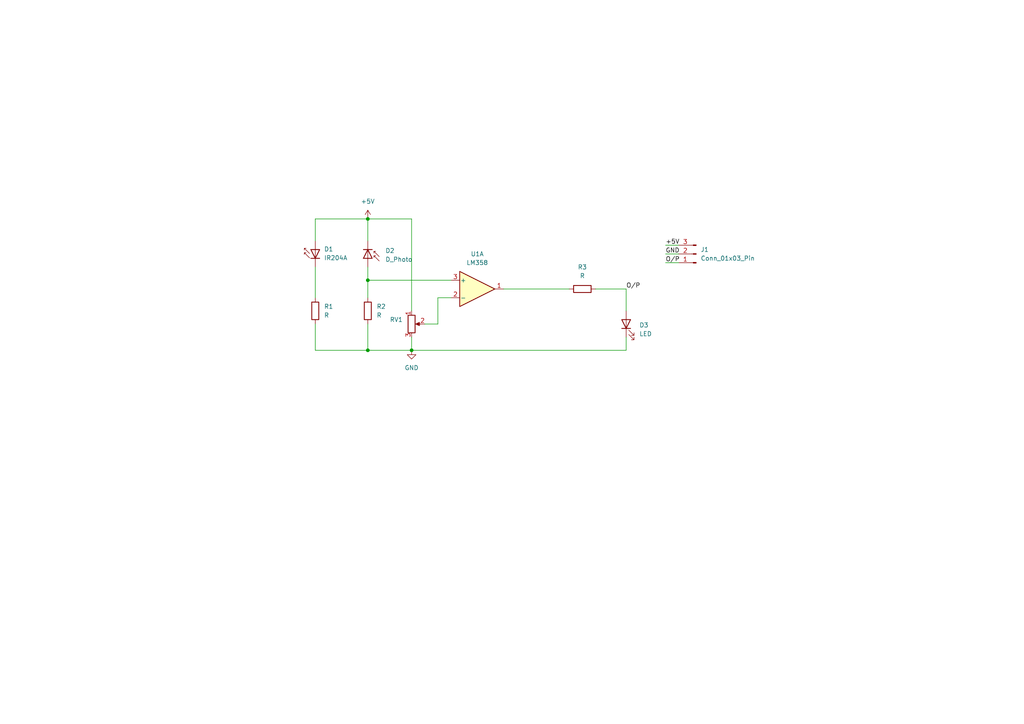
<source format=kicad_sch>
(kicad_sch
	(version 20250114)
	(generator "eeschema")
	(generator_version "9.0")
	(uuid "d7a63290-fa1a-4dc7-8c26-09ea00e0c02e")
	(paper "A4")
	(lib_symbols
		(symbol "Amplifier_Operational:LM358"
			(pin_names
				(offset 0.127)
			)
			(exclude_from_sim no)
			(in_bom yes)
			(on_board yes)
			(property "Reference" "U"
				(at 0 5.08 0)
				(effects
					(font
						(size 1.27 1.27)
					)
					(justify left)
				)
			)
			(property "Value" "LM358"
				(at 0 -5.08 0)
				(effects
					(font
						(size 1.27 1.27)
					)
					(justify left)
				)
			)
			(property "Footprint" ""
				(at 0 0 0)
				(effects
					(font
						(size 1.27 1.27)
					)
					(hide yes)
				)
			)
			(property "Datasheet" "http://www.ti.com/lit/ds/symlink/lm2904-n.pdf"
				(at 0 0 0)
				(effects
					(font
						(size 1.27 1.27)
					)
					(hide yes)
				)
			)
			(property "Description" "Low-Power, Dual Operational Amplifiers, DIP-8/SOIC-8/TO-99-8"
				(at 0 0 0)
				(effects
					(font
						(size 1.27 1.27)
					)
					(hide yes)
				)
			)
			(property "ki_locked" ""
				(at 0 0 0)
				(effects
					(font
						(size 1.27 1.27)
					)
				)
			)
			(property "ki_keywords" "dual opamp"
				(at 0 0 0)
				(effects
					(font
						(size 1.27 1.27)
					)
					(hide yes)
				)
			)
			(property "ki_fp_filters" "SOIC*3.9x4.9mm*P1.27mm* DIP*W7.62mm* TO*99* OnSemi*Micro8* TSSOP*3x3mm*P0.65mm* TSSOP*4.4x3mm*P0.65mm* MSOP*3x3mm*P0.65mm* SSOP*3.9x4.9mm*P0.635mm* LFCSP*2x2mm*P0.5mm* *SIP* SOIC*5.3x6.2mm*P1.27mm*"
				(at 0 0 0)
				(effects
					(font
						(size 1.27 1.27)
					)
					(hide yes)
				)
			)
			(symbol "LM358_1_1"
				(polyline
					(pts
						(xy -5.08 5.08) (xy 5.08 0) (xy -5.08 -5.08) (xy -5.08 5.08)
					)
					(stroke
						(width 0.254)
						(type default)
					)
					(fill
						(type background)
					)
				)
				(pin input line
					(at -7.62 2.54 0)
					(length 2.54)
					(name "+"
						(effects
							(font
								(size 1.27 1.27)
							)
						)
					)
					(number "3"
						(effects
							(font
								(size 1.27 1.27)
							)
						)
					)
				)
				(pin input line
					(at -7.62 -2.54 0)
					(length 2.54)
					(name "-"
						(effects
							(font
								(size 1.27 1.27)
							)
						)
					)
					(number "2"
						(effects
							(font
								(size 1.27 1.27)
							)
						)
					)
				)
				(pin output line
					(at 7.62 0 180)
					(length 2.54)
					(name "~"
						(effects
							(font
								(size 1.27 1.27)
							)
						)
					)
					(number "1"
						(effects
							(font
								(size 1.27 1.27)
							)
						)
					)
				)
			)
			(symbol "LM358_2_1"
				(polyline
					(pts
						(xy -5.08 5.08) (xy 5.08 0) (xy -5.08 -5.08) (xy -5.08 5.08)
					)
					(stroke
						(width 0.254)
						(type default)
					)
					(fill
						(type background)
					)
				)
				(pin input line
					(at -7.62 2.54 0)
					(length 2.54)
					(name "+"
						(effects
							(font
								(size 1.27 1.27)
							)
						)
					)
					(number "5"
						(effects
							(font
								(size 1.27 1.27)
							)
						)
					)
				)
				(pin input line
					(at -7.62 -2.54 0)
					(length 2.54)
					(name "-"
						(effects
							(font
								(size 1.27 1.27)
							)
						)
					)
					(number "6"
						(effects
							(font
								(size 1.27 1.27)
							)
						)
					)
				)
				(pin output line
					(at 7.62 0 180)
					(length 2.54)
					(name "~"
						(effects
							(font
								(size 1.27 1.27)
							)
						)
					)
					(number "7"
						(effects
							(font
								(size 1.27 1.27)
							)
						)
					)
				)
			)
			(symbol "LM358_3_1"
				(pin power_in line
					(at -2.54 7.62 270)
					(length 3.81)
					(name "V+"
						(effects
							(font
								(size 1.27 1.27)
							)
						)
					)
					(number "8"
						(effects
							(font
								(size 1.27 1.27)
							)
						)
					)
				)
				(pin power_in line
					(at -2.54 -7.62 90)
					(length 3.81)
					(name "V-"
						(effects
							(font
								(size 1.27 1.27)
							)
						)
					)
					(number "4"
						(effects
							(font
								(size 1.27 1.27)
							)
						)
					)
				)
			)
			(embedded_fonts no)
		)
		(symbol "Connector:Conn_01x03_Pin"
			(pin_names
				(offset 1.016)
				(hide yes)
			)
			(exclude_from_sim no)
			(in_bom yes)
			(on_board yes)
			(property "Reference" "J"
				(at 0 5.08 0)
				(effects
					(font
						(size 1.27 1.27)
					)
				)
			)
			(property "Value" "Conn_01x03_Pin"
				(at 0 -5.08 0)
				(effects
					(font
						(size 1.27 1.27)
					)
				)
			)
			(property "Footprint" ""
				(at 0 0 0)
				(effects
					(font
						(size 1.27 1.27)
					)
					(hide yes)
				)
			)
			(property "Datasheet" "~"
				(at 0 0 0)
				(effects
					(font
						(size 1.27 1.27)
					)
					(hide yes)
				)
			)
			(property "Description" "Generic connector, single row, 01x03, script generated"
				(at 0 0 0)
				(effects
					(font
						(size 1.27 1.27)
					)
					(hide yes)
				)
			)
			(property "ki_locked" ""
				(at 0 0 0)
				(effects
					(font
						(size 1.27 1.27)
					)
				)
			)
			(property "ki_keywords" "connector"
				(at 0 0 0)
				(effects
					(font
						(size 1.27 1.27)
					)
					(hide yes)
				)
			)
			(property "ki_fp_filters" "Connector*:*_1x??_*"
				(at 0 0 0)
				(effects
					(font
						(size 1.27 1.27)
					)
					(hide yes)
				)
			)
			(symbol "Conn_01x03_Pin_1_1"
				(rectangle
					(start 0.8636 2.667)
					(end 0 2.413)
					(stroke
						(width 0.1524)
						(type default)
					)
					(fill
						(type outline)
					)
				)
				(rectangle
					(start 0.8636 0.127)
					(end 0 -0.127)
					(stroke
						(width 0.1524)
						(type default)
					)
					(fill
						(type outline)
					)
				)
				(rectangle
					(start 0.8636 -2.413)
					(end 0 -2.667)
					(stroke
						(width 0.1524)
						(type default)
					)
					(fill
						(type outline)
					)
				)
				(polyline
					(pts
						(xy 1.27 2.54) (xy 0.8636 2.54)
					)
					(stroke
						(width 0.1524)
						(type default)
					)
					(fill
						(type none)
					)
				)
				(polyline
					(pts
						(xy 1.27 0) (xy 0.8636 0)
					)
					(stroke
						(width 0.1524)
						(type default)
					)
					(fill
						(type none)
					)
				)
				(polyline
					(pts
						(xy 1.27 -2.54) (xy 0.8636 -2.54)
					)
					(stroke
						(width 0.1524)
						(type default)
					)
					(fill
						(type none)
					)
				)
				(pin passive line
					(at 5.08 2.54 180)
					(length 3.81)
					(name "Pin_1"
						(effects
							(font
								(size 1.27 1.27)
							)
						)
					)
					(number "1"
						(effects
							(font
								(size 1.27 1.27)
							)
						)
					)
				)
				(pin passive line
					(at 5.08 0 180)
					(length 3.81)
					(name "Pin_2"
						(effects
							(font
								(size 1.27 1.27)
							)
						)
					)
					(number "2"
						(effects
							(font
								(size 1.27 1.27)
							)
						)
					)
				)
				(pin passive line
					(at 5.08 -2.54 180)
					(length 3.81)
					(name "Pin_3"
						(effects
							(font
								(size 1.27 1.27)
							)
						)
					)
					(number "3"
						(effects
							(font
								(size 1.27 1.27)
							)
						)
					)
				)
			)
			(embedded_fonts no)
		)
		(symbol "Device:D_Photo"
			(pin_numbers
				(hide yes)
			)
			(pin_names
				(hide yes)
			)
			(exclude_from_sim no)
			(in_bom yes)
			(on_board yes)
			(property "Reference" "D"
				(at 0.508 1.778 0)
				(effects
					(font
						(size 1.27 1.27)
					)
					(justify left)
				)
			)
			(property "Value" "D_Photo"
				(at -1.016 -2.794 0)
				(effects
					(font
						(size 1.27 1.27)
					)
				)
			)
			(property "Footprint" ""
				(at -1.27 0 0)
				(effects
					(font
						(size 1.27 1.27)
					)
					(hide yes)
				)
			)
			(property "Datasheet" "~"
				(at -1.27 0 0)
				(effects
					(font
						(size 1.27 1.27)
					)
					(hide yes)
				)
			)
			(property "Description" "Photodiode"
				(at 0 0 0)
				(effects
					(font
						(size 1.27 1.27)
					)
					(hide yes)
				)
			)
			(property "ki_keywords" "photodiode diode opto"
				(at 0 0 0)
				(effects
					(font
						(size 1.27 1.27)
					)
					(hide yes)
				)
			)
			(symbol "D_Photo_0_1"
				(polyline
					(pts
						(xy -2.54 1.27) (xy -2.54 -1.27)
					)
					(stroke
						(width 0.254)
						(type default)
					)
					(fill
						(type none)
					)
				)
				(polyline
					(pts
						(xy -2.032 1.778) (xy -1.524 1.778)
					)
					(stroke
						(width 0)
						(type default)
					)
					(fill
						(type none)
					)
				)
				(polyline
					(pts
						(xy -0.508 3.302) (xy -2.032 1.778) (xy -2.032 2.286)
					)
					(stroke
						(width 0)
						(type default)
					)
					(fill
						(type none)
					)
				)
				(polyline
					(pts
						(xy 0 0) (xy -2.54 0)
					)
					(stroke
						(width 0)
						(type default)
					)
					(fill
						(type none)
					)
				)
				(polyline
					(pts
						(xy 0 -1.27) (xy 0 1.27) (xy -2.54 0) (xy 0 -1.27)
					)
					(stroke
						(width 0.254)
						(type default)
					)
					(fill
						(type none)
					)
				)
				(polyline
					(pts
						(xy 0.762 3.302) (xy -0.762 1.778) (xy -0.762 2.286) (xy -0.762 1.778) (xy -0.254 1.778)
					)
					(stroke
						(width 0)
						(type default)
					)
					(fill
						(type none)
					)
				)
			)
			(symbol "D_Photo_1_1"
				(pin passive line
					(at -5.08 0 0)
					(length 2.54)
					(name "K"
						(effects
							(font
								(size 1.27 1.27)
							)
						)
					)
					(number "1"
						(effects
							(font
								(size 1.27 1.27)
							)
						)
					)
				)
				(pin passive line
					(at 2.54 0 180)
					(length 2.54)
					(name "A"
						(effects
							(font
								(size 1.27 1.27)
							)
						)
					)
					(number "2"
						(effects
							(font
								(size 1.27 1.27)
							)
						)
					)
				)
			)
			(embedded_fonts no)
		)
		(symbol "Device:LED"
			(pin_numbers
				(hide yes)
			)
			(pin_names
				(offset 1.016)
				(hide yes)
			)
			(exclude_from_sim no)
			(in_bom yes)
			(on_board yes)
			(property "Reference" "D"
				(at 0 2.54 0)
				(effects
					(font
						(size 1.27 1.27)
					)
				)
			)
			(property "Value" "LED"
				(at 0 -2.54 0)
				(effects
					(font
						(size 1.27 1.27)
					)
				)
			)
			(property "Footprint" ""
				(at 0 0 0)
				(effects
					(font
						(size 1.27 1.27)
					)
					(hide yes)
				)
			)
			(property "Datasheet" "~"
				(at 0 0 0)
				(effects
					(font
						(size 1.27 1.27)
					)
					(hide yes)
				)
			)
			(property "Description" "Light emitting diode"
				(at 0 0 0)
				(effects
					(font
						(size 1.27 1.27)
					)
					(hide yes)
				)
			)
			(property "Sim.Pins" "1=K 2=A"
				(at 0 0 0)
				(effects
					(font
						(size 1.27 1.27)
					)
					(hide yes)
				)
			)
			(property "ki_keywords" "LED diode"
				(at 0 0 0)
				(effects
					(font
						(size 1.27 1.27)
					)
					(hide yes)
				)
			)
			(property "ki_fp_filters" "LED* LED_SMD:* LED_THT:*"
				(at 0 0 0)
				(effects
					(font
						(size 1.27 1.27)
					)
					(hide yes)
				)
			)
			(symbol "LED_0_1"
				(polyline
					(pts
						(xy -3.048 -0.762) (xy -4.572 -2.286) (xy -3.81 -2.286) (xy -4.572 -2.286) (xy -4.572 -1.524)
					)
					(stroke
						(width 0)
						(type default)
					)
					(fill
						(type none)
					)
				)
				(polyline
					(pts
						(xy -1.778 -0.762) (xy -3.302 -2.286) (xy -2.54 -2.286) (xy -3.302 -2.286) (xy -3.302 -1.524)
					)
					(stroke
						(width 0)
						(type default)
					)
					(fill
						(type none)
					)
				)
				(polyline
					(pts
						(xy -1.27 0) (xy 1.27 0)
					)
					(stroke
						(width 0)
						(type default)
					)
					(fill
						(type none)
					)
				)
				(polyline
					(pts
						(xy -1.27 -1.27) (xy -1.27 1.27)
					)
					(stroke
						(width 0.254)
						(type default)
					)
					(fill
						(type none)
					)
				)
				(polyline
					(pts
						(xy 1.27 -1.27) (xy 1.27 1.27) (xy -1.27 0) (xy 1.27 -1.27)
					)
					(stroke
						(width 0.254)
						(type default)
					)
					(fill
						(type none)
					)
				)
			)
			(symbol "LED_1_1"
				(pin passive line
					(at -3.81 0 0)
					(length 2.54)
					(name "K"
						(effects
							(font
								(size 1.27 1.27)
							)
						)
					)
					(number "1"
						(effects
							(font
								(size 1.27 1.27)
							)
						)
					)
				)
				(pin passive line
					(at 3.81 0 180)
					(length 2.54)
					(name "A"
						(effects
							(font
								(size 1.27 1.27)
							)
						)
					)
					(number "2"
						(effects
							(font
								(size 1.27 1.27)
							)
						)
					)
				)
			)
			(embedded_fonts no)
		)
		(symbol "Device:R"
			(pin_numbers
				(hide yes)
			)
			(pin_names
				(offset 0)
			)
			(exclude_from_sim no)
			(in_bom yes)
			(on_board yes)
			(property "Reference" "R"
				(at 2.032 0 90)
				(effects
					(font
						(size 1.27 1.27)
					)
				)
			)
			(property "Value" "R"
				(at 0 0 90)
				(effects
					(font
						(size 1.27 1.27)
					)
				)
			)
			(property "Footprint" ""
				(at -1.778 0 90)
				(effects
					(font
						(size 1.27 1.27)
					)
					(hide yes)
				)
			)
			(property "Datasheet" "~"
				(at 0 0 0)
				(effects
					(font
						(size 1.27 1.27)
					)
					(hide yes)
				)
			)
			(property "Description" "Resistor"
				(at 0 0 0)
				(effects
					(font
						(size 1.27 1.27)
					)
					(hide yes)
				)
			)
			(property "ki_keywords" "R res resistor"
				(at 0 0 0)
				(effects
					(font
						(size 1.27 1.27)
					)
					(hide yes)
				)
			)
			(property "ki_fp_filters" "R_*"
				(at 0 0 0)
				(effects
					(font
						(size 1.27 1.27)
					)
					(hide yes)
				)
			)
			(symbol "R_0_1"
				(rectangle
					(start -1.016 -2.54)
					(end 1.016 2.54)
					(stroke
						(width 0.254)
						(type default)
					)
					(fill
						(type none)
					)
				)
			)
			(symbol "R_1_1"
				(pin passive line
					(at 0 3.81 270)
					(length 1.27)
					(name "~"
						(effects
							(font
								(size 1.27 1.27)
							)
						)
					)
					(number "1"
						(effects
							(font
								(size 1.27 1.27)
							)
						)
					)
				)
				(pin passive line
					(at 0 -3.81 90)
					(length 1.27)
					(name "~"
						(effects
							(font
								(size 1.27 1.27)
							)
						)
					)
					(number "2"
						(effects
							(font
								(size 1.27 1.27)
							)
						)
					)
				)
			)
			(embedded_fonts no)
		)
		(symbol "Device:R_Potentiometer"
			(pin_names
				(offset 1.016)
				(hide yes)
			)
			(exclude_from_sim no)
			(in_bom yes)
			(on_board yes)
			(property "Reference" "RV"
				(at -4.445 0 90)
				(effects
					(font
						(size 1.27 1.27)
					)
				)
			)
			(property "Value" "R_Potentiometer"
				(at -2.54 0 90)
				(effects
					(font
						(size 1.27 1.27)
					)
				)
			)
			(property "Footprint" ""
				(at 0 0 0)
				(effects
					(font
						(size 1.27 1.27)
					)
					(hide yes)
				)
			)
			(property "Datasheet" "~"
				(at 0 0 0)
				(effects
					(font
						(size 1.27 1.27)
					)
					(hide yes)
				)
			)
			(property "Description" "Potentiometer"
				(at 0 0 0)
				(effects
					(font
						(size 1.27 1.27)
					)
					(hide yes)
				)
			)
			(property "ki_keywords" "resistor variable"
				(at 0 0 0)
				(effects
					(font
						(size 1.27 1.27)
					)
					(hide yes)
				)
			)
			(property "ki_fp_filters" "Potentiometer*"
				(at 0 0 0)
				(effects
					(font
						(size 1.27 1.27)
					)
					(hide yes)
				)
			)
			(symbol "R_Potentiometer_0_1"
				(rectangle
					(start 1.016 2.54)
					(end -1.016 -2.54)
					(stroke
						(width 0.254)
						(type default)
					)
					(fill
						(type none)
					)
				)
				(polyline
					(pts
						(xy 1.143 0) (xy 2.286 0.508) (xy 2.286 -0.508) (xy 1.143 0)
					)
					(stroke
						(width 0)
						(type default)
					)
					(fill
						(type outline)
					)
				)
				(polyline
					(pts
						(xy 2.54 0) (xy 1.524 0)
					)
					(stroke
						(width 0)
						(type default)
					)
					(fill
						(type none)
					)
				)
			)
			(symbol "R_Potentiometer_1_1"
				(pin passive line
					(at 0 3.81 270)
					(length 1.27)
					(name "1"
						(effects
							(font
								(size 1.27 1.27)
							)
						)
					)
					(number "1"
						(effects
							(font
								(size 1.27 1.27)
							)
						)
					)
				)
				(pin passive line
					(at 0 -3.81 90)
					(length 1.27)
					(name "3"
						(effects
							(font
								(size 1.27 1.27)
							)
						)
					)
					(number "3"
						(effects
							(font
								(size 1.27 1.27)
							)
						)
					)
				)
				(pin passive line
					(at 3.81 0 180)
					(length 1.27)
					(name "2"
						(effects
							(font
								(size 1.27 1.27)
							)
						)
					)
					(number "2"
						(effects
							(font
								(size 1.27 1.27)
							)
						)
					)
				)
			)
			(embedded_fonts no)
		)
		(symbol "LED:IR204A"
			(pin_numbers
				(hide yes)
			)
			(pin_names
				(offset 1.016)
				(hide yes)
			)
			(exclude_from_sim no)
			(in_bom yes)
			(on_board yes)
			(property "Reference" "D"
				(at 0.508 1.778 0)
				(effects
					(font
						(size 1.27 1.27)
					)
					(justify left)
				)
			)
			(property "Value" "IR204A"
				(at -1.016 -2.794 0)
				(effects
					(font
						(size 1.27 1.27)
					)
				)
			)
			(property "Footprint" "LED_THT:LED_D3.0mm_IRBlack"
				(at 0 4.445 0)
				(effects
					(font
						(size 1.27 1.27)
					)
					(hide yes)
				)
			)
			(property "Datasheet" "http://www.everlight.com/file/ProductFile/IR204-A.pdf"
				(at -1.27 0 0)
				(effects
					(font
						(size 1.27 1.27)
					)
					(hide yes)
				)
			)
			(property "Description" "Infrared LED , 3mm LED package"
				(at 0 0 0)
				(effects
					(font
						(size 1.27 1.27)
					)
					(hide yes)
				)
			)
			(property "ki_keywords" "opto IR LED"
				(at 0 0 0)
				(effects
					(font
						(size 1.27 1.27)
					)
					(hide yes)
				)
			)
			(property "ki_fp_filters" "LED*3.0mm*IRBlack*"
				(at 0 0 0)
				(effects
					(font
						(size 1.27 1.27)
					)
					(hide yes)
				)
			)
			(symbol "IR204A_0_1"
				(polyline
					(pts
						(xy -2.54 1.27) (xy -2.54 -1.27)
					)
					(stroke
						(width 0.254)
						(type default)
					)
					(fill
						(type none)
					)
				)
				(polyline
					(pts
						(xy -2.413 1.651) (xy -0.889 3.175) (xy -0.889 2.667) (xy -0.889 3.175) (xy -1.397 3.175)
					)
					(stroke
						(width 0)
						(type default)
					)
					(fill
						(type none)
					)
				)
				(polyline
					(pts
						(xy -1.143 1.651) (xy 0.381 3.175) (xy 0.381 2.667)
					)
					(stroke
						(width 0)
						(type default)
					)
					(fill
						(type none)
					)
				)
				(polyline
					(pts
						(xy 0 1.27) (xy -2.54 0) (xy 0 -1.27) (xy 0 1.27)
					)
					(stroke
						(width 0.254)
						(type default)
					)
					(fill
						(type none)
					)
				)
				(polyline
					(pts
						(xy 0 0) (xy -2.54 0)
					)
					(stroke
						(width 0)
						(type default)
					)
					(fill
						(type none)
					)
				)
				(polyline
					(pts
						(xy 0.381 3.175) (xy -0.127 3.175)
					)
					(stroke
						(width 0)
						(type default)
					)
					(fill
						(type none)
					)
				)
			)
			(symbol "IR204A_1_1"
				(pin passive line
					(at -5.08 0 0)
					(length 2.54)
					(name "K"
						(effects
							(font
								(size 1.27 1.27)
							)
						)
					)
					(number "1"
						(effects
							(font
								(size 1.27 1.27)
							)
						)
					)
				)
				(pin passive line
					(at 2.54 0 180)
					(length 2.54)
					(name "A"
						(effects
							(font
								(size 1.27 1.27)
							)
						)
					)
					(number "2"
						(effects
							(font
								(size 1.27 1.27)
							)
						)
					)
				)
			)
			(embedded_fonts no)
		)
		(symbol "power:+5V"
			(power)
			(pin_numbers
				(hide yes)
			)
			(pin_names
				(offset 0)
				(hide yes)
			)
			(exclude_from_sim no)
			(in_bom yes)
			(on_board yes)
			(property "Reference" "#PWR"
				(at 0 -3.81 0)
				(effects
					(font
						(size 1.27 1.27)
					)
					(hide yes)
				)
			)
			(property "Value" "+5V"
				(at 0 3.556 0)
				(effects
					(font
						(size 1.27 1.27)
					)
				)
			)
			(property "Footprint" ""
				(at 0 0 0)
				(effects
					(font
						(size 1.27 1.27)
					)
					(hide yes)
				)
			)
			(property "Datasheet" ""
				(at 0 0 0)
				(effects
					(font
						(size 1.27 1.27)
					)
					(hide yes)
				)
			)
			(property "Description" "Power symbol creates a global label with name \"+5V\""
				(at 0 0 0)
				(effects
					(font
						(size 1.27 1.27)
					)
					(hide yes)
				)
			)
			(property "ki_keywords" "global power"
				(at 0 0 0)
				(effects
					(font
						(size 1.27 1.27)
					)
					(hide yes)
				)
			)
			(symbol "+5V_0_1"
				(polyline
					(pts
						(xy -0.762 1.27) (xy 0 2.54)
					)
					(stroke
						(width 0)
						(type default)
					)
					(fill
						(type none)
					)
				)
				(polyline
					(pts
						(xy 0 2.54) (xy 0.762 1.27)
					)
					(stroke
						(width 0)
						(type default)
					)
					(fill
						(type none)
					)
				)
				(polyline
					(pts
						(xy 0 0) (xy 0 2.54)
					)
					(stroke
						(width 0)
						(type default)
					)
					(fill
						(type none)
					)
				)
			)
			(symbol "+5V_1_1"
				(pin power_in line
					(at 0 0 90)
					(length 0)
					(name "~"
						(effects
							(font
								(size 1.27 1.27)
							)
						)
					)
					(number "1"
						(effects
							(font
								(size 1.27 1.27)
							)
						)
					)
				)
			)
			(embedded_fonts no)
		)
		(symbol "power:GND"
			(power)
			(pin_numbers
				(hide yes)
			)
			(pin_names
				(offset 0)
				(hide yes)
			)
			(exclude_from_sim no)
			(in_bom yes)
			(on_board yes)
			(property "Reference" "#PWR"
				(at 0 -6.35 0)
				(effects
					(font
						(size 1.27 1.27)
					)
					(hide yes)
				)
			)
			(property "Value" "GND"
				(at 0 -3.81 0)
				(effects
					(font
						(size 1.27 1.27)
					)
				)
			)
			(property "Footprint" ""
				(at 0 0 0)
				(effects
					(font
						(size 1.27 1.27)
					)
					(hide yes)
				)
			)
			(property "Datasheet" ""
				(at 0 0 0)
				(effects
					(font
						(size 1.27 1.27)
					)
					(hide yes)
				)
			)
			(property "Description" "Power symbol creates a global label with name \"GND\" , ground"
				(at 0 0 0)
				(effects
					(font
						(size 1.27 1.27)
					)
					(hide yes)
				)
			)
			(property "ki_keywords" "global power"
				(at 0 0 0)
				(effects
					(font
						(size 1.27 1.27)
					)
					(hide yes)
				)
			)
			(symbol "GND_0_1"
				(polyline
					(pts
						(xy 0 0) (xy 0 -1.27) (xy 1.27 -1.27) (xy 0 -2.54) (xy -1.27 -1.27) (xy 0 -1.27)
					)
					(stroke
						(width 0)
						(type default)
					)
					(fill
						(type none)
					)
				)
			)
			(symbol "GND_1_1"
				(pin power_in line
					(at 0 0 270)
					(length 0)
					(name "~"
						(effects
							(font
								(size 1.27 1.27)
							)
						)
					)
					(number "1"
						(effects
							(font
								(size 1.27 1.27)
							)
						)
					)
				)
			)
			(embedded_fonts no)
		)
	)
	(junction
		(at 106.68 63.5)
		(diameter 0)
		(color 0 0 0 0)
		(uuid "08ec2665-2fc4-4a1b-b3ec-a12f05dfe209")
	)
	(junction
		(at 119.38 101.6)
		(diameter 0)
		(color 0 0 0 0)
		(uuid "608b5525-5a93-44c6-810c-7691008d26e3")
	)
	(junction
		(at 106.68 101.6)
		(diameter 0)
		(color 0 0 0 0)
		(uuid "74184f41-7586-4330-8c09-34868a6b955e")
	)
	(junction
		(at 106.68 81.28)
		(diameter 0)
		(color 0 0 0 0)
		(uuid "d6dd1f76-8240-4535-a5a8-a3036b415978")
	)
	(wire
		(pts
			(xy 91.44 77.47) (xy 91.44 86.36)
		)
		(stroke
			(width 0)
			(type default)
		)
		(uuid "04819a5a-4b93-4574-8301-31b07b0c45d8")
	)
	(wire
		(pts
			(xy 106.68 77.47) (xy 106.68 81.28)
		)
		(stroke
			(width 0)
			(type default)
		)
		(uuid "2303960b-48f1-4daa-a880-48e70f516397")
	)
	(wire
		(pts
			(xy 193.04 76.2) (xy 196.85 76.2)
		)
		(stroke
			(width 0)
			(type default)
		)
		(uuid "2699b53e-f076-4407-9da6-012361b07897")
	)
	(wire
		(pts
			(xy 181.61 83.82) (xy 181.61 90.17)
		)
		(stroke
			(width 0)
			(type default)
		)
		(uuid "2741246e-4b2e-4552-8de5-2a3cdb4d73ff")
	)
	(wire
		(pts
			(xy 130.81 86.36) (xy 127 86.36)
		)
		(stroke
			(width 0)
			(type default)
		)
		(uuid "2853caff-7246-4ab1-aba3-5c9d00107379")
	)
	(wire
		(pts
			(xy 193.04 73.66) (xy 196.85 73.66)
		)
		(stroke
			(width 0)
			(type default)
		)
		(uuid "3323b9c0-8eba-4836-acc4-13ef5235da67")
	)
	(wire
		(pts
			(xy 91.44 63.5) (xy 106.68 63.5)
		)
		(stroke
			(width 0)
			(type default)
		)
		(uuid "4f49016e-c425-44d8-89de-52241423253a")
	)
	(wire
		(pts
			(xy 130.81 81.28) (xy 106.68 81.28)
		)
		(stroke
			(width 0)
			(type default)
		)
		(uuid "553ee229-fac5-44cd-943d-f4e8825e526c")
	)
	(wire
		(pts
			(xy 106.68 93.98) (xy 106.68 101.6)
		)
		(stroke
			(width 0)
			(type default)
		)
		(uuid "656c7570-f036-4350-89cc-5ba968255eca")
	)
	(wire
		(pts
			(xy 127 86.36) (xy 127 93.98)
		)
		(stroke
			(width 0)
			(type default)
		)
		(uuid "66d6565f-0a1a-495b-9f21-bcf2c8600a8b")
	)
	(wire
		(pts
			(xy 119.38 101.6) (xy 181.61 101.6)
		)
		(stroke
			(width 0)
			(type default)
		)
		(uuid "6b4f9035-af91-47cd-8fdb-26c59e22c055")
	)
	(wire
		(pts
			(xy 119.38 63.5) (xy 106.68 63.5)
		)
		(stroke
			(width 0)
			(type default)
		)
		(uuid "6ea188c0-60f6-4889-8a27-190814705efe")
	)
	(wire
		(pts
			(xy 91.44 93.98) (xy 91.44 101.6)
		)
		(stroke
			(width 0)
			(type default)
		)
		(uuid "710c731a-468b-4b9d-a3c5-7a1d9ba7820e")
	)
	(wire
		(pts
			(xy 91.44 69.85) (xy 91.44 63.5)
		)
		(stroke
			(width 0)
			(type default)
		)
		(uuid "7db049ef-647b-4bc1-ae65-cffd9c672fc2")
	)
	(wire
		(pts
			(xy 181.61 97.79) (xy 181.61 101.6)
		)
		(stroke
			(width 0)
			(type default)
		)
		(uuid "8e77d151-fd52-48eb-8d59-96016d59472b")
	)
	(wire
		(pts
			(xy 172.72 83.82) (xy 181.61 83.82)
		)
		(stroke
			(width 0)
			(type default)
		)
		(uuid "92a09e5b-fb47-4aac-bf32-1fbc8b158905")
	)
	(wire
		(pts
			(xy 119.38 90.17) (xy 119.38 63.5)
		)
		(stroke
			(width 0)
			(type default)
		)
		(uuid "ad382b60-f97a-4c56-b349-db54ca43616a")
	)
	(wire
		(pts
			(xy 119.38 97.79) (xy 119.38 101.6)
		)
		(stroke
			(width 0)
			(type default)
		)
		(uuid "b7da663d-43a9-418a-8ada-ac01bfd3ddfb")
	)
	(wire
		(pts
			(xy 193.04 71.12) (xy 196.85 71.12)
		)
		(stroke
			(width 0)
			(type default)
		)
		(uuid "cc3b9330-3569-4bfe-b0a0-bb995efb18c3")
	)
	(wire
		(pts
			(xy 91.44 101.6) (xy 106.68 101.6)
		)
		(stroke
			(width 0)
			(type default)
		)
		(uuid "d6b52228-ea6e-436c-8756-5a84b26c983d")
	)
	(wire
		(pts
			(xy 106.68 101.6) (xy 119.38 101.6)
		)
		(stroke
			(width 0)
			(type default)
		)
		(uuid "df0188f9-e54d-4ff5-8754-86caaec3c33d")
	)
	(wire
		(pts
			(xy 146.05 83.82) (xy 165.1 83.82)
		)
		(stroke
			(width 0)
			(type default)
		)
		(uuid "e9410118-3c73-45e0-ac99-551c3a3fa95f")
	)
	(wire
		(pts
			(xy 127 93.98) (xy 123.19 93.98)
		)
		(stroke
			(width 0)
			(type default)
		)
		(uuid "ed346a6d-5ed1-4327-a2fe-775ed136f1af")
	)
	(wire
		(pts
			(xy 106.68 63.5) (xy 106.68 69.85)
		)
		(stroke
			(width 0)
			(type default)
		)
		(uuid "efecfc64-b799-4d2c-a672-dd0fb5cf1c34")
	)
	(wire
		(pts
			(xy 106.68 81.28) (xy 106.68 86.36)
		)
		(stroke
			(width 0)
			(type default)
		)
		(uuid "f71247b5-03e6-48b8-a06b-383fb6512a2b")
	)
	(label "O{slash}P"
		(at 193.04 76.2 0)
		(effects
			(font
				(size 1.27 1.27)
			)
			(justify left bottom)
		)
		(uuid "14ec91aa-3759-46ba-b15f-81d256d9547e")
	)
	(label "O{slash}P"
		(at 181.61 83.82 0)
		(effects
			(font
				(size 1.27 1.27)
			)
			(justify left bottom)
		)
		(uuid "341092b1-0264-42f7-851d-78d2c723b461")
	)
	(label "GND"
		(at 193.04 73.66 0)
		(effects
			(font
				(size 1.27 1.27)
			)
			(justify left bottom)
		)
		(uuid "df9ead53-e988-4918-9ba7-41adb288c6d5")
	)
	(label "+5V"
		(at 193.04 71.12 0)
		(effects
			(font
				(size 1.27 1.27)
			)
			(justify left bottom)
		)
		(uuid "ed8fe4a4-3895-4cf2-9983-e06c069065c1")
	)
	(symbol
		(lib_id "LED:IR204A")
		(at 91.44 72.39 90)
		(unit 1)
		(exclude_from_sim no)
		(in_bom yes)
		(on_board yes)
		(dnp no)
		(fields_autoplaced yes)
		(uuid "1236e3e3-a094-481f-ba4c-b8f09e2adab5")
		(property "Reference" "D1"
			(at 93.98 72.2629 90)
			(effects
				(font
					(size 1.27 1.27)
				)
				(justify right)
			)
		)
		(property "Value" "IR204A"
			(at 93.98 74.8029 90)
			(effects
				(font
					(size 1.27 1.27)
				)
				(justify right)
			)
		)
		(property "Footprint" "LED_THT:LED_D3.0mm_IRBlack"
			(at 86.995 72.39 0)
			(effects
				(font
					(size 1.27 1.27)
				)
				(hide yes)
			)
		)
		(property "Datasheet" "http://www.everlight.com/file/ProductFile/IR204-A.pdf"
			(at 91.44 73.66 0)
			(effects
				(font
					(size 1.27 1.27)
				)
				(hide yes)
			)
		)
		(property "Description" "Infrared LED , 3mm LED package"
			(at 91.44 72.39 0)
			(effects
				(font
					(size 1.27 1.27)
				)
				(hide yes)
			)
		)
		(pin "2"
			(uuid "a6941114-a74a-452f-86fd-f8ab3ed8a91b")
		)
		(pin "1"
			(uuid "e7904469-75e9-47b6-98f8-f129f667fb3c")
		)
		(instances
			(project ""
				(path "/d7a63290-fa1a-4dc7-8c26-09ea00e0c02e"
					(reference "D1")
					(unit 1)
				)
			)
		)
	)
	(symbol
		(lib_id "Device:D_Photo")
		(at 106.68 74.93 270)
		(unit 1)
		(exclude_from_sim no)
		(in_bom yes)
		(on_board yes)
		(dnp no)
		(fields_autoplaced yes)
		(uuid "1551fcb3-ed39-4554-b194-6b05f9514e4c")
		(property "Reference" "D2"
			(at 111.76 72.7074 90)
			(effects
				(font
					(size 1.27 1.27)
				)
				(justify left)
			)
		)
		(property "Value" "D_Photo"
			(at 111.76 75.2474 90)
			(effects
				(font
					(size 1.27 1.27)
				)
				(justify left)
			)
		)
		(property "Footprint" ""
			(at 106.68 73.66 0)
			(effects
				(font
					(size 1.27 1.27)
				)
				(hide yes)
			)
		)
		(property "Datasheet" "~"
			(at 106.68 73.66 0)
			(effects
				(font
					(size 1.27 1.27)
				)
				(hide yes)
			)
		)
		(property "Description" "Photodiode"
			(at 106.68 74.93 0)
			(effects
				(font
					(size 1.27 1.27)
				)
				(hide yes)
			)
		)
		(pin "1"
			(uuid "41c8729a-bf07-4a69-9a59-179c4494530b")
		)
		(pin "2"
			(uuid "e186e310-db8e-4469-a8a4-27e237606c1c")
		)
		(instances
			(project ""
				(path "/d7a63290-fa1a-4dc7-8c26-09ea00e0c02e"
					(reference "D2")
					(unit 1)
				)
			)
		)
	)
	(symbol
		(lib_id "Device:R")
		(at 106.68 90.17 0)
		(unit 1)
		(exclude_from_sim no)
		(in_bom yes)
		(on_board yes)
		(dnp no)
		(fields_autoplaced yes)
		(uuid "320eb031-c6c1-49eb-854c-86bc6f6c2982")
		(property "Reference" "R2"
			(at 109.22 88.8999 0)
			(effects
				(font
					(size 1.27 1.27)
				)
				(justify left)
			)
		)
		(property "Value" "R"
			(at 109.22 91.4399 0)
			(effects
				(font
					(size 1.27 1.27)
				)
				(justify left)
			)
		)
		(property "Footprint" ""
			(at 104.902 90.17 90)
			(effects
				(font
					(size 1.27 1.27)
				)
				(hide yes)
			)
		)
		(property "Datasheet" "~"
			(at 106.68 90.17 0)
			(effects
				(font
					(size 1.27 1.27)
				)
				(hide yes)
			)
		)
		(property "Description" "Resistor"
			(at 106.68 90.17 0)
			(effects
				(font
					(size 1.27 1.27)
				)
				(hide yes)
			)
		)
		(pin "1"
			(uuid "80c7af25-501c-4c21-bc2b-bf65e01515d2")
		)
		(pin "2"
			(uuid "03534e2d-509f-4ea0-8e3d-401f204f82bb")
		)
		(instances
			(project ""
				(path "/d7a63290-fa1a-4dc7-8c26-09ea00e0c02e"
					(reference "R2")
					(unit 1)
				)
			)
		)
	)
	(symbol
		(lib_id "Device:LED")
		(at 181.61 93.98 90)
		(unit 1)
		(exclude_from_sim no)
		(in_bom yes)
		(on_board yes)
		(dnp no)
		(fields_autoplaced yes)
		(uuid "3287b1fe-07a7-428d-ad39-04622bba9877")
		(property "Reference" "D3"
			(at 185.42 94.2974 90)
			(effects
				(font
					(size 1.27 1.27)
				)
				(justify right)
			)
		)
		(property "Value" "LED"
			(at 185.42 96.8374 90)
			(effects
				(font
					(size 1.27 1.27)
				)
				(justify right)
			)
		)
		(property "Footprint" ""
			(at 181.61 93.98 0)
			(effects
				(font
					(size 1.27 1.27)
				)
				(hide yes)
			)
		)
		(property "Datasheet" "~"
			(at 181.61 93.98 0)
			(effects
				(font
					(size 1.27 1.27)
				)
				(hide yes)
			)
		)
		(property "Description" "Light emitting diode"
			(at 181.61 93.98 0)
			(effects
				(font
					(size 1.27 1.27)
				)
				(hide yes)
			)
		)
		(property "Sim.Pins" "1=K 2=A"
			(at 181.61 93.98 0)
			(effects
				(font
					(size 1.27 1.27)
				)
				(hide yes)
			)
		)
		(pin "2"
			(uuid "0c6240d3-af5e-4b91-bf19-0c7ae3f7480a")
		)
		(pin "1"
			(uuid "dff3a1e6-fb3a-470d-a5ce-30f8fed3c7c2")
		)
		(instances
			(project ""
				(path "/d7a63290-fa1a-4dc7-8c26-09ea00e0c02e"
					(reference "D3")
					(unit 1)
				)
			)
		)
	)
	(symbol
		(lib_id "Amplifier_Operational:LM358")
		(at 138.43 83.82 0)
		(unit 1)
		(exclude_from_sim no)
		(in_bom yes)
		(on_board yes)
		(dnp no)
		(fields_autoplaced yes)
		(uuid "450dedee-9bc8-4b36-aa59-403e701a6b3d")
		(property "Reference" "U1"
			(at 138.43 73.66 0)
			(effects
				(font
					(size 1.27 1.27)
				)
			)
		)
		(property "Value" "LM358"
			(at 138.43 76.2 0)
			(effects
				(font
					(size 1.27 1.27)
				)
			)
		)
		(property "Footprint" ""
			(at 138.43 83.82 0)
			(effects
				(font
					(size 1.27 1.27)
				)
				(hide yes)
			)
		)
		(property "Datasheet" "http://www.ti.com/lit/ds/symlink/lm2904-n.pdf"
			(at 138.43 83.82 0)
			(effects
				(font
					(size 1.27 1.27)
				)
				(hide yes)
			)
		)
		(property "Description" "Low-Power, Dual Operational Amplifiers, DIP-8/SOIC-8/TO-99-8"
			(at 138.43 83.82 0)
			(effects
				(font
					(size 1.27 1.27)
				)
				(hide yes)
			)
		)
		(pin "7"
			(uuid "c142e515-20fa-4987-b9ac-0ae8843d722a")
		)
		(pin "1"
			(uuid "870f9cd1-df84-4c31-80b5-644cb1409840")
		)
		(pin "2"
			(uuid "f5c5257a-f402-45cb-b1ff-d42dc9e570db")
		)
		(pin "5"
			(uuid "aeb942f4-fea4-45ad-b6fb-835bbd10a929")
		)
		(pin "3"
			(uuid "674b5b61-0758-4406-ad92-f28a4abca33f")
		)
		(pin "6"
			(uuid "bf6afe2c-c9f7-476b-8d06-39870ceb049e")
		)
		(pin "8"
			(uuid "12652741-03fe-47e5-a070-342715caa36f")
		)
		(pin "4"
			(uuid "1516856b-da76-48d0-af55-627991be7eaf")
		)
		(instances
			(project ""
				(path "/d7a63290-fa1a-4dc7-8c26-09ea00e0c02e"
					(reference "U1")
					(unit 1)
				)
			)
		)
	)
	(symbol
		(lib_id "Device:R_Potentiometer")
		(at 119.38 93.98 0)
		(unit 1)
		(exclude_from_sim no)
		(in_bom yes)
		(on_board yes)
		(dnp no)
		(fields_autoplaced yes)
		(uuid "59e09551-2675-401d-a3f2-2b5ee16f0fe2")
		(property "Reference" "RV1"
			(at 116.84 92.7099 0)
			(effects
				(font
					(size 1.27 1.27)
				)
				(justify right)
			)
		)
		(property "Value" "R_Potentiometer"
			(at 116.84 95.2499 0)
			(effects
				(font
					(size 1.27 1.27)
				)
				(justify right)
				(hide yes)
			)
		)
		(property "Footprint" ""
			(at 119.38 93.98 0)
			(effects
				(font
					(size 1.27 1.27)
				)
				(hide yes)
			)
		)
		(property "Datasheet" "~"
			(at 119.38 93.98 0)
			(effects
				(font
					(size 1.27 1.27)
				)
				(hide yes)
			)
		)
		(property "Description" "Potentiometer"
			(at 119.38 93.98 0)
			(effects
				(font
					(size 1.27 1.27)
				)
				(hide yes)
			)
		)
		(pin "1"
			(uuid "ed2f65c3-8e95-4571-be44-5dcd72105d45")
		)
		(pin "3"
			(uuid "db2c0c23-5540-4735-9e68-1c96b4ff465b")
		)
		(pin "2"
			(uuid "7e79eb7b-44fe-4f6c-b713-65c0efc45c29")
		)
		(instances
			(project ""
				(path "/d7a63290-fa1a-4dc7-8c26-09ea00e0c02e"
					(reference "RV1")
					(unit 1)
				)
			)
		)
	)
	(symbol
		(lib_id "power:+5V")
		(at 106.68 63.5 0)
		(unit 1)
		(exclude_from_sim no)
		(in_bom yes)
		(on_board yes)
		(dnp no)
		(fields_autoplaced yes)
		(uuid "6587c5a7-1c8b-4cdd-acd6-b273562b327b")
		(property "Reference" "#PWR01"
			(at 106.68 67.31 0)
			(effects
				(font
					(size 1.27 1.27)
				)
				(hide yes)
			)
		)
		(property "Value" "+5V"
			(at 106.68 58.42 0)
			(effects
				(font
					(size 1.27 1.27)
				)
			)
		)
		(property "Footprint" ""
			(at 106.68 63.5 0)
			(effects
				(font
					(size 1.27 1.27)
				)
				(hide yes)
			)
		)
		(property "Datasheet" ""
			(at 106.68 63.5 0)
			(effects
				(font
					(size 1.27 1.27)
				)
				(hide yes)
			)
		)
		(property "Description" "Power symbol creates a global label with name \"+5V\""
			(at 106.68 63.5 0)
			(effects
				(font
					(size 1.27 1.27)
				)
				(hide yes)
			)
		)
		(pin "1"
			(uuid "fabdbec3-3cfd-45fa-854e-3d6a9b7a9897")
		)
		(instances
			(project ""
				(path "/d7a63290-fa1a-4dc7-8c26-09ea00e0c02e"
					(reference "#PWR01")
					(unit 1)
				)
			)
		)
	)
	(symbol
		(lib_id "Connector:Conn_01x03_Pin")
		(at 201.93 73.66 180)
		(unit 1)
		(exclude_from_sim no)
		(in_bom yes)
		(on_board yes)
		(dnp no)
		(fields_autoplaced yes)
		(uuid "7e277c4a-9121-440a-b3d2-d0c345d9aee0")
		(property "Reference" "J1"
			(at 203.2 72.3899 0)
			(effects
				(font
					(size 1.27 1.27)
				)
				(justify right)
			)
		)
		(property "Value" "Conn_01x03_Pin"
			(at 203.2 74.9299 0)
			(effects
				(font
					(size 1.27 1.27)
				)
				(justify right)
			)
		)
		(property "Footprint" ""
			(at 201.93 73.66 0)
			(effects
				(font
					(size 1.27 1.27)
				)
				(hide yes)
			)
		)
		(property "Datasheet" "~"
			(at 201.93 73.66 0)
			(effects
				(font
					(size 1.27 1.27)
				)
				(hide yes)
			)
		)
		(property "Description" "Generic connector, single row, 01x03, script generated"
			(at 201.93 73.66 0)
			(effects
				(font
					(size 1.27 1.27)
				)
				(hide yes)
			)
		)
		(pin "3"
			(uuid "476b882e-2b77-41ec-9000-1ad689a554d0")
		)
		(pin "2"
			(uuid "14d077dc-6408-4249-b6d5-66a3b407d10e")
		)
		(pin "1"
			(uuid "3327b03d-cd6a-47f5-899a-130c06dd2fba")
		)
		(instances
			(project ""
				(path "/d7a63290-fa1a-4dc7-8c26-09ea00e0c02e"
					(reference "J1")
					(unit 1)
				)
			)
		)
	)
	(symbol
		(lib_id "power:GND")
		(at 119.38 101.6 0)
		(unit 1)
		(exclude_from_sim no)
		(in_bom yes)
		(on_board yes)
		(dnp no)
		(fields_autoplaced yes)
		(uuid "8e56832a-d7ea-45ac-ba6c-62b059523dc9")
		(property "Reference" "#PWR02"
			(at 119.38 107.95 0)
			(effects
				(font
					(size 1.27 1.27)
				)
				(hide yes)
			)
		)
		(property "Value" "GND"
			(at 119.38 106.68 0)
			(effects
				(font
					(size 1.27 1.27)
				)
			)
		)
		(property "Footprint" ""
			(at 119.38 101.6 0)
			(effects
				(font
					(size 1.27 1.27)
				)
				(hide yes)
			)
		)
		(property "Datasheet" ""
			(at 119.38 101.6 0)
			(effects
				(font
					(size 1.27 1.27)
				)
				(hide yes)
			)
		)
		(property "Description" "Power symbol creates a global label with name \"GND\" , ground"
			(at 119.38 101.6 0)
			(effects
				(font
					(size 1.27 1.27)
				)
				(hide yes)
			)
		)
		(pin "1"
			(uuid "52548e04-01a0-499b-9c7a-aae8804e29d2")
		)
		(instances
			(project ""
				(path "/d7a63290-fa1a-4dc7-8c26-09ea00e0c02e"
					(reference "#PWR02")
					(unit 1)
				)
			)
		)
	)
	(symbol
		(lib_id "Device:R")
		(at 168.91 83.82 90)
		(unit 1)
		(exclude_from_sim no)
		(in_bom yes)
		(on_board yes)
		(dnp no)
		(fields_autoplaced yes)
		(uuid "f107809b-069f-4076-bd24-5e2ca3877917")
		(property "Reference" "R3"
			(at 168.91 77.47 90)
			(effects
				(font
					(size 1.27 1.27)
				)
			)
		)
		(property "Value" "R"
			(at 168.91 80.01 90)
			(effects
				(font
					(size 1.27 1.27)
				)
			)
		)
		(property "Footprint" ""
			(at 168.91 85.598 90)
			(effects
				(font
					(size 1.27 1.27)
				)
				(hide yes)
			)
		)
		(property "Datasheet" "~"
			(at 168.91 83.82 0)
			(effects
				(font
					(size 1.27 1.27)
				)
				(hide yes)
			)
		)
		(property "Description" "Resistor"
			(at 168.91 83.82 0)
			(effects
				(font
					(size 1.27 1.27)
				)
				(hide yes)
			)
		)
		(pin "1"
			(uuid "80c7af25-501c-4c21-bc2b-bf65e01515d3")
		)
		(pin "2"
			(uuid "03534e2d-509f-4ea0-8e3d-401f204f82bc")
		)
		(instances
			(project ""
				(path "/d7a63290-fa1a-4dc7-8c26-09ea00e0c02e"
					(reference "R3")
					(unit 1)
				)
			)
		)
	)
	(symbol
		(lib_id "Device:R")
		(at 91.44 90.17 0)
		(unit 1)
		(exclude_from_sim no)
		(in_bom yes)
		(on_board yes)
		(dnp no)
		(fields_autoplaced yes)
		(uuid "f98ef0db-7bb9-43c6-8c8f-038ba315b376")
		(property "Reference" "R1"
			(at 93.98 88.8999 0)
			(effects
				(font
					(size 1.27 1.27)
				)
				(justify left)
			)
		)
		(property "Value" "R"
			(at 93.98 91.4399 0)
			(effects
				(font
					(size 1.27 1.27)
				)
				(justify left)
			)
		)
		(property "Footprint" ""
			(at 89.662 90.17 90)
			(effects
				(font
					(size 1.27 1.27)
				)
				(hide yes)
			)
		)
		(property "Datasheet" "~"
			(at 91.44 90.17 0)
			(effects
				(font
					(size 1.27 1.27)
				)
				(hide yes)
			)
		)
		(property "Description" "Resistor"
			(at 91.44 90.17 0)
			(effects
				(font
					(size 1.27 1.27)
				)
				(hide yes)
			)
		)
		(pin "1"
			(uuid "80c7af25-501c-4c21-bc2b-bf65e01515d4")
		)
		(pin "2"
			(uuid "03534e2d-509f-4ea0-8e3d-401f204f82bd")
		)
		(instances
			(project ""
				(path "/d7a63290-fa1a-4dc7-8c26-09ea00e0c02e"
					(reference "R1")
					(unit 1)
				)
			)
		)
	)
	(sheet_instances
		(path "/"
			(page "1")
		)
	)
	(embedded_fonts no)
)

</source>
